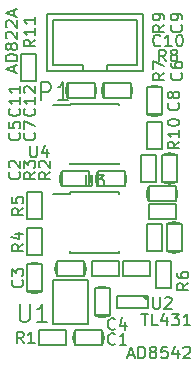
<source format=gbr>
G04 #@! TF.FileFunction,Legend,Top*
%FSLAX46Y46*%
G04 Gerber Fmt 4.6, Leading zero omitted, Abs format (unit mm)*
G04 Created by KiCad (PCBNEW (2014-12-30 BZR 5343)-product) date 2015年01月08日 星期四 21时34分46秒*
%MOMM*%
G01*
G04 APERTURE LIST*
%ADD10C,0.100000*%
%ADD11C,0.150000*%
G04 APERTURE END LIST*
D10*
D11*
X159002792Y-95379180D02*
G75*
G03X159004000Y-96647000I1144208J-632820D01*
G01*
X161291208Y-96644820D02*
G75*
G03X161290000Y-95377000I-1144208J632820D01*
G01*
X161290000Y-96647000D02*
X159004000Y-96647000D01*
X159004000Y-96647000D02*
X159004000Y-95377000D01*
X159004000Y-95377000D02*
X161290000Y-95377000D01*
X161290000Y-95377000D02*
X161290000Y-96647000D01*
X157478792Y-89537180D02*
G75*
G03X157480000Y-90805000I1144208J-632820D01*
G01*
X159767208Y-90802820D02*
G75*
G03X159766000Y-89535000I-1144208J632820D01*
G01*
X159766000Y-90805000D02*
X157480000Y-90805000D01*
X157480000Y-90805000D02*
X157480000Y-89535000D01*
X157480000Y-89535000D02*
X159766000Y-89535000D01*
X159766000Y-89535000D02*
X159766000Y-90805000D01*
X156207820Y-89787792D02*
G75*
G03X154940000Y-89789000I-632820J-1144208D01*
G01*
X154942180Y-92076208D02*
G75*
G03X156210000Y-92075000I632820J1144208D01*
G01*
X154940000Y-92075000D02*
X154940000Y-89789000D01*
X154940000Y-89789000D02*
X156210000Y-89789000D01*
X156210000Y-89789000D02*
X156210000Y-92075000D01*
X156210000Y-92075000D02*
X154940000Y-92075000D01*
X161922820Y-91819792D02*
G75*
G03X160655000Y-91821000I-632820J-1144208D01*
G01*
X160657180Y-94108208D02*
G75*
G03X161925000Y-94107000I632820J1144208D01*
G01*
X160655000Y-94107000D02*
X160655000Y-91821000D01*
X160655000Y-91821000D02*
X161925000Y-91821000D01*
X161925000Y-91821000D02*
X161925000Y-94107000D01*
X161925000Y-94107000D02*
X160655000Y-94107000D01*
X157859792Y-81917180D02*
G75*
G03X157861000Y-83185000I1144208J-632820D01*
G01*
X160148208Y-83182820D02*
G75*
G03X160147000Y-81915000I-1144208J632820D01*
G01*
X160147000Y-83185000D02*
X157861000Y-83185000D01*
X157861000Y-83185000D02*
X157861000Y-81915000D01*
X157861000Y-81915000D02*
X160147000Y-81915000D01*
X160147000Y-81915000D02*
X160147000Y-83185000D01*
X166753180Y-88647208D02*
G75*
G03X168021000Y-88646000I632820J1144208D01*
G01*
X168018820Y-86358792D02*
G75*
G03X166751000Y-86360000I-632820J-1144208D01*
G01*
X168021000Y-86360000D02*
X168021000Y-88646000D01*
X168021000Y-88646000D02*
X166751000Y-88646000D01*
X166751000Y-88646000D02*
X166751000Y-86360000D01*
X166751000Y-86360000D02*
X168021000Y-86360000D01*
X160907792Y-81917180D02*
G75*
G03X160909000Y-83185000I1144208J-632820D01*
G01*
X163196208Y-83182820D02*
G75*
G03X163195000Y-81915000I-1144208J632820D01*
G01*
X163195000Y-83185000D02*
X160909000Y-83185000D01*
X160909000Y-83185000D02*
X160909000Y-81915000D01*
X160909000Y-81915000D02*
X163195000Y-81915000D01*
X163195000Y-81915000D02*
X163195000Y-83185000D01*
X165102180Y-77090208D02*
G75*
G03X166370000Y-77089000I632820J1144208D01*
G01*
X166367820Y-74801792D02*
G75*
G03X165100000Y-74803000I-632820J-1144208D01*
G01*
X166370000Y-74803000D02*
X166370000Y-77089000D01*
X166370000Y-77089000D02*
X165100000Y-77089000D01*
X165100000Y-77089000D02*
X165100000Y-74803000D01*
X165100000Y-74803000D02*
X166370000Y-74803000D01*
X164211000Y-72898000D02*
X164211000Y-69215000D01*
X164211000Y-69215000D02*
X164211000Y-69088000D01*
X164211000Y-69088000D02*
X157099000Y-69088000D01*
X157099000Y-69088000D02*
X157099000Y-72898000D01*
X157099000Y-72898000D02*
X159639000Y-72898000D01*
X159639000Y-72898000D02*
X159639000Y-73406000D01*
X159639000Y-73406000D02*
X161671000Y-73406000D01*
X161671000Y-73406000D02*
X161671000Y-72898000D01*
X161671000Y-72898000D02*
X164211000Y-72898000D01*
X164719000Y-73406000D02*
X164719000Y-68580000D01*
X164719000Y-68580000D02*
X156591000Y-68580000D01*
X156591000Y-68580000D02*
X156591000Y-73406000D01*
X156591000Y-73406000D02*
X164719000Y-73406000D01*
X158242000Y-96647000D02*
X155956000Y-96647000D01*
X155956000Y-96647000D02*
X155956000Y-95377000D01*
X155956000Y-95377000D02*
X158242000Y-95377000D01*
X158242000Y-95377000D02*
X158242000Y-96647000D01*
X163068000Y-89535000D02*
X165354000Y-89535000D01*
X165354000Y-89535000D02*
X165354000Y-90805000D01*
X165354000Y-90805000D02*
X163068000Y-90805000D01*
X163068000Y-90805000D02*
X163068000Y-89535000D01*
X160401000Y-89535000D02*
X162687000Y-89535000D01*
X162687000Y-89535000D02*
X162687000Y-90805000D01*
X162687000Y-90805000D02*
X160401000Y-90805000D01*
X160401000Y-90805000D02*
X160401000Y-89535000D01*
X154940000Y-89027000D02*
X154940000Y-86741000D01*
X154940000Y-86741000D02*
X156210000Y-86741000D01*
X156210000Y-86741000D02*
X156210000Y-89027000D01*
X156210000Y-89027000D02*
X154940000Y-89027000D01*
X156210000Y-83693000D02*
X156210000Y-85979000D01*
X156210000Y-85979000D02*
X154940000Y-85979000D01*
X154940000Y-85979000D02*
X154940000Y-83693000D01*
X154940000Y-83693000D02*
X156210000Y-83693000D01*
X167132000Y-89535000D02*
X167132000Y-91821000D01*
X167132000Y-91821000D02*
X165862000Y-91821000D01*
X165862000Y-91821000D02*
X165862000Y-89535000D01*
X165862000Y-89535000D02*
X167132000Y-89535000D01*
X165100000Y-88646000D02*
X165100000Y-86360000D01*
X165100000Y-86360000D02*
X166370000Y-86360000D01*
X166370000Y-86360000D02*
X166370000Y-88646000D01*
X166370000Y-88646000D02*
X165100000Y-88646000D01*
X165227000Y-84709000D02*
X167513000Y-84709000D01*
X167513000Y-84709000D02*
X167513000Y-85979000D01*
X167513000Y-85979000D02*
X165227000Y-85979000D01*
X165227000Y-85979000D02*
X165227000Y-84709000D01*
X165862000Y-80518000D02*
X165862000Y-82804000D01*
X165862000Y-82804000D02*
X164592000Y-82804000D01*
X164592000Y-82804000D02*
X164592000Y-80518000D01*
X164592000Y-80518000D02*
X165862000Y-80518000D01*
X166370000Y-77724000D02*
X166370000Y-80010000D01*
X166370000Y-80010000D02*
X165100000Y-80010000D01*
X165100000Y-80010000D02*
X165100000Y-77724000D01*
X165100000Y-77724000D02*
X166370000Y-77724000D01*
X157123000Y-91064000D02*
X157123000Y-94864000D01*
X157123000Y-94864000D02*
X160123000Y-94864000D01*
X160123000Y-94864000D02*
X160123000Y-91064000D01*
X160123000Y-91064000D02*
X157123000Y-91064000D01*
X165165090Y-92613480D02*
G75*
G03X165165090Y-92613480I-159070J0D01*
G01*
X162560000Y-93472000D02*
X162560000Y-92456000D01*
X165163500Y-93472000D02*
X165163500Y-92456000D01*
X162560000Y-92456000D02*
X165163500Y-92456000D01*
X165163500Y-93472000D02*
X162560000Y-93472000D01*
X158580000Y-83658000D02*
X158580000Y-83803000D01*
X162730000Y-83658000D02*
X162730000Y-83803000D01*
X162730000Y-88808000D02*
X162730000Y-88663000D01*
X158580000Y-88808000D02*
X158580000Y-88663000D01*
X158580000Y-83658000D02*
X162730000Y-83658000D01*
X158580000Y-88808000D02*
X162730000Y-88808000D01*
X158580000Y-83803000D02*
X157180000Y-83803000D01*
X158580000Y-76165000D02*
X158580000Y-76310000D01*
X162730000Y-76165000D02*
X162730000Y-76310000D01*
X162730000Y-81315000D02*
X162730000Y-81170000D01*
X158580000Y-81315000D02*
X158580000Y-81170000D01*
X158580000Y-76165000D02*
X162730000Y-76165000D01*
X158580000Y-81315000D02*
X162730000Y-81315000D01*
X158580000Y-76310000D02*
X157180000Y-76310000D01*
X166372180Y-82805208D02*
G75*
G03X167640000Y-82804000I632820J1144208D01*
G01*
X167637820Y-80516792D02*
G75*
G03X166370000Y-80518000I-632820J-1144208D01*
G01*
X167640000Y-80518000D02*
X167640000Y-82804000D01*
X167640000Y-82804000D02*
X166370000Y-82804000D01*
X166370000Y-82804000D02*
X166370000Y-80518000D01*
X166370000Y-80518000D02*
X167640000Y-80518000D01*
X165225792Y-83187180D02*
G75*
G03X165227000Y-84455000I1144208J-632820D01*
G01*
X167514208Y-84452820D02*
G75*
G03X167513000Y-83185000I-1144208J632820D01*
G01*
X167513000Y-84455000D02*
X165227000Y-84455000D01*
X165227000Y-84455000D02*
X165227000Y-83185000D01*
X165227000Y-83185000D02*
X167513000Y-83185000D01*
X167513000Y-83185000D02*
X167513000Y-84455000D01*
X160656208Y-75689820D02*
G75*
G03X160655000Y-74422000I-1144208J632820D01*
G01*
X158367792Y-74424180D02*
G75*
G03X158369000Y-75692000I1144208J-632820D01*
G01*
X158369000Y-74422000D02*
X160655000Y-74422000D01*
X160655000Y-74422000D02*
X160655000Y-75692000D01*
X160655000Y-75692000D02*
X158369000Y-75692000D01*
X158369000Y-75692000D02*
X158369000Y-74422000D01*
X163704208Y-75689820D02*
G75*
G03X163703000Y-74422000I-1144208J632820D01*
G01*
X161415792Y-74424180D02*
G75*
G03X161417000Y-75692000I1144208J-632820D01*
G01*
X161417000Y-74422000D02*
X163703000Y-74422000D01*
X163703000Y-74422000D02*
X163703000Y-75692000D01*
X163703000Y-75692000D02*
X161417000Y-75692000D01*
X161417000Y-75692000D02*
X161417000Y-74422000D01*
X155702000Y-72009000D02*
X155702000Y-74295000D01*
X155702000Y-74295000D02*
X154432000Y-74295000D01*
X154432000Y-74295000D02*
X154432000Y-72009000D01*
X154432000Y-72009000D02*
X155702000Y-72009000D01*
X162393334Y-96496143D02*
X162345715Y-96543762D01*
X162202858Y-96591381D01*
X162107620Y-96591381D01*
X161964762Y-96543762D01*
X161869524Y-96448524D01*
X161821905Y-96353286D01*
X161774286Y-96162810D01*
X161774286Y-96019952D01*
X161821905Y-95829476D01*
X161869524Y-95734238D01*
X161964762Y-95639000D01*
X162107620Y-95591381D01*
X162202858Y-95591381D01*
X162345715Y-95639000D01*
X162393334Y-95686619D01*
X163345715Y-96591381D02*
X162774286Y-96591381D01*
X163060000Y-96591381D02*
X163060000Y-95591381D01*
X162964762Y-95734238D01*
X162869524Y-95829476D01*
X162774286Y-95877095D01*
X154281143Y-81954666D02*
X154328762Y-82002285D01*
X154376381Y-82145142D01*
X154376381Y-82240380D01*
X154328762Y-82383238D01*
X154233524Y-82478476D01*
X154138286Y-82526095D01*
X153947810Y-82573714D01*
X153804952Y-82573714D01*
X153614476Y-82526095D01*
X153519238Y-82478476D01*
X153424000Y-82383238D01*
X153376381Y-82240380D01*
X153376381Y-82145142D01*
X153424000Y-82002285D01*
X153471619Y-81954666D01*
X153471619Y-81573714D02*
X153424000Y-81526095D01*
X153376381Y-81430857D01*
X153376381Y-81192761D01*
X153424000Y-81097523D01*
X153471619Y-81049904D01*
X153566857Y-81002285D01*
X153662095Y-81002285D01*
X153804952Y-81049904D01*
X154376381Y-81621333D01*
X154376381Y-81002285D01*
X154535143Y-91098666D02*
X154582762Y-91146285D01*
X154630381Y-91289142D01*
X154630381Y-91384380D01*
X154582762Y-91527238D01*
X154487524Y-91622476D01*
X154392286Y-91670095D01*
X154201810Y-91717714D01*
X154058952Y-91717714D01*
X153868476Y-91670095D01*
X153773238Y-91622476D01*
X153678000Y-91527238D01*
X153630381Y-91384380D01*
X153630381Y-91289142D01*
X153678000Y-91146285D01*
X153725619Y-91098666D01*
X153630381Y-90765333D02*
X153630381Y-90146285D01*
X154011333Y-90479619D01*
X154011333Y-90336761D01*
X154058952Y-90241523D01*
X154106571Y-90193904D01*
X154201810Y-90146285D01*
X154439905Y-90146285D01*
X154535143Y-90193904D01*
X154582762Y-90241523D01*
X154630381Y-90336761D01*
X154630381Y-90622476D01*
X154582762Y-90717714D01*
X154535143Y-90765333D01*
X162393334Y-95226143D02*
X162345715Y-95273762D01*
X162202858Y-95321381D01*
X162107620Y-95321381D01*
X161964762Y-95273762D01*
X161869524Y-95178524D01*
X161821905Y-95083286D01*
X161774286Y-94892810D01*
X161774286Y-94749952D01*
X161821905Y-94559476D01*
X161869524Y-94464238D01*
X161964762Y-94369000D01*
X162107620Y-94321381D01*
X162202858Y-94321381D01*
X162345715Y-94369000D01*
X162393334Y-94416619D01*
X163250477Y-94654714D02*
X163250477Y-95321381D01*
X163012381Y-94273762D02*
X162774286Y-94988048D01*
X163393334Y-94988048D01*
X154281143Y-78652666D02*
X154328762Y-78700285D01*
X154376381Y-78843142D01*
X154376381Y-78938380D01*
X154328762Y-79081238D01*
X154233524Y-79176476D01*
X154138286Y-79224095D01*
X153947810Y-79271714D01*
X153804952Y-79271714D01*
X153614476Y-79224095D01*
X153519238Y-79176476D01*
X153424000Y-79081238D01*
X153376381Y-78938380D01*
X153376381Y-78843142D01*
X153424000Y-78700285D01*
X153471619Y-78652666D01*
X153376381Y-77747904D02*
X153376381Y-78224095D01*
X153852571Y-78271714D01*
X153804952Y-78224095D01*
X153757333Y-78128857D01*
X153757333Y-77890761D01*
X153804952Y-77795523D01*
X153852571Y-77747904D01*
X153947810Y-77700285D01*
X154185905Y-77700285D01*
X154281143Y-77747904D01*
X154328762Y-77795523D01*
X154376381Y-77890761D01*
X154376381Y-78128857D01*
X154328762Y-78224095D01*
X154281143Y-78271714D01*
X167997143Y-73572666D02*
X168044762Y-73620285D01*
X168092381Y-73763142D01*
X168092381Y-73858380D01*
X168044762Y-74001238D01*
X167949524Y-74096476D01*
X167854286Y-74144095D01*
X167663810Y-74191714D01*
X167520952Y-74191714D01*
X167330476Y-74144095D01*
X167235238Y-74096476D01*
X167140000Y-74001238D01*
X167092381Y-73858380D01*
X167092381Y-73763142D01*
X167140000Y-73620285D01*
X167187619Y-73572666D01*
X167092381Y-72715523D02*
X167092381Y-72906000D01*
X167140000Y-73001238D01*
X167187619Y-73048857D01*
X167330476Y-73144095D01*
X167520952Y-73191714D01*
X167901905Y-73191714D01*
X167997143Y-73144095D01*
X168044762Y-73096476D01*
X168092381Y-73001238D01*
X168092381Y-72810761D01*
X168044762Y-72715523D01*
X167997143Y-72667904D01*
X167901905Y-72620285D01*
X167663810Y-72620285D01*
X167568571Y-72667904D01*
X167520952Y-72715523D01*
X167473333Y-72810761D01*
X167473333Y-73001238D01*
X167520952Y-73096476D01*
X167568571Y-73144095D01*
X167663810Y-73191714D01*
X155551143Y-78652666D02*
X155598762Y-78700285D01*
X155646381Y-78843142D01*
X155646381Y-78938380D01*
X155598762Y-79081238D01*
X155503524Y-79176476D01*
X155408286Y-79224095D01*
X155217810Y-79271714D01*
X155074952Y-79271714D01*
X154884476Y-79224095D01*
X154789238Y-79176476D01*
X154694000Y-79081238D01*
X154646381Y-78938380D01*
X154646381Y-78843142D01*
X154694000Y-78700285D01*
X154741619Y-78652666D01*
X154646381Y-78319333D02*
X154646381Y-77652666D01*
X155646381Y-78081238D01*
X167743143Y-76112666D02*
X167790762Y-76160285D01*
X167838381Y-76303142D01*
X167838381Y-76398380D01*
X167790762Y-76541238D01*
X167695524Y-76636476D01*
X167600286Y-76684095D01*
X167409810Y-76731714D01*
X167266952Y-76731714D01*
X167076476Y-76684095D01*
X166981238Y-76636476D01*
X166886000Y-76541238D01*
X166838381Y-76398380D01*
X166838381Y-76303142D01*
X166886000Y-76160285D01*
X166933619Y-76112666D01*
X167266952Y-75541238D02*
X167219333Y-75636476D01*
X167171714Y-75684095D01*
X167076476Y-75731714D01*
X167028857Y-75731714D01*
X166933619Y-75684095D01*
X166886000Y-75636476D01*
X166838381Y-75541238D01*
X166838381Y-75350761D01*
X166886000Y-75255523D01*
X166933619Y-75207904D01*
X167028857Y-75160285D01*
X167076476Y-75160285D01*
X167171714Y-75207904D01*
X167219333Y-75255523D01*
X167266952Y-75350761D01*
X167266952Y-75541238D01*
X167314571Y-75636476D01*
X167362190Y-75684095D01*
X167457429Y-75731714D01*
X167647905Y-75731714D01*
X167743143Y-75684095D01*
X167790762Y-75636476D01*
X167838381Y-75541238D01*
X167838381Y-75350761D01*
X167790762Y-75255523D01*
X167743143Y-75207904D01*
X167647905Y-75160285D01*
X167457429Y-75160285D01*
X167362190Y-75207904D01*
X167314571Y-75255523D01*
X167266952Y-75350761D01*
X156118858Y-75862571D02*
X156118858Y-74362571D01*
X156690286Y-74362571D01*
X156833144Y-74434000D01*
X156904572Y-74505429D01*
X156976001Y-74648286D01*
X156976001Y-74862571D01*
X156904572Y-75005429D01*
X156833144Y-75076857D01*
X156690286Y-75148286D01*
X156118858Y-75148286D01*
X158404572Y-75862571D02*
X157547429Y-75862571D01*
X157976001Y-75862571D02*
X157976001Y-74362571D01*
X157833144Y-74576857D01*
X157690286Y-74719714D01*
X157547429Y-74791143D01*
X154646334Y-96464381D02*
X154313000Y-95988190D01*
X154074905Y-96464381D02*
X154074905Y-95464381D01*
X154455858Y-95464381D01*
X154551096Y-95512000D01*
X154598715Y-95559619D01*
X154646334Y-95654857D01*
X154646334Y-95797714D01*
X154598715Y-95892952D01*
X154551096Y-95940571D01*
X154455858Y-95988190D01*
X154074905Y-95988190D01*
X155598715Y-96464381D02*
X155027286Y-96464381D01*
X155313000Y-96464381D02*
X155313000Y-95464381D01*
X155217762Y-95607238D01*
X155122524Y-95702476D01*
X155027286Y-95750095D01*
X156916381Y-81954666D02*
X156440190Y-82288000D01*
X156916381Y-82526095D02*
X155916381Y-82526095D01*
X155916381Y-82145142D01*
X155964000Y-82049904D01*
X156011619Y-82002285D01*
X156106857Y-81954666D01*
X156249714Y-81954666D01*
X156344952Y-82002285D01*
X156392571Y-82049904D01*
X156440190Y-82145142D01*
X156440190Y-82526095D01*
X156011619Y-81573714D02*
X155964000Y-81526095D01*
X155916381Y-81430857D01*
X155916381Y-81192761D01*
X155964000Y-81097523D01*
X156011619Y-81049904D01*
X156106857Y-81002285D01*
X156202095Y-81002285D01*
X156344952Y-81049904D01*
X156916381Y-81621333D01*
X156916381Y-81002285D01*
X155646381Y-81954666D02*
X155170190Y-82288000D01*
X155646381Y-82526095D02*
X154646381Y-82526095D01*
X154646381Y-82145142D01*
X154694000Y-82049904D01*
X154741619Y-82002285D01*
X154836857Y-81954666D01*
X154979714Y-81954666D01*
X155074952Y-82002285D01*
X155122571Y-82049904D01*
X155170190Y-82145142D01*
X155170190Y-82526095D01*
X154646381Y-81621333D02*
X154646381Y-81002285D01*
X155027333Y-81335619D01*
X155027333Y-81192761D01*
X155074952Y-81097523D01*
X155122571Y-81049904D01*
X155217810Y-81002285D01*
X155455905Y-81002285D01*
X155551143Y-81049904D01*
X155598762Y-81097523D01*
X155646381Y-81192761D01*
X155646381Y-81478476D01*
X155598762Y-81573714D01*
X155551143Y-81621333D01*
X154630381Y-88050666D02*
X154154190Y-88384000D01*
X154630381Y-88622095D02*
X153630381Y-88622095D01*
X153630381Y-88241142D01*
X153678000Y-88145904D01*
X153725619Y-88098285D01*
X153820857Y-88050666D01*
X153963714Y-88050666D01*
X154058952Y-88098285D01*
X154106571Y-88145904D01*
X154154190Y-88241142D01*
X154154190Y-88622095D01*
X153963714Y-87193523D02*
X154630381Y-87193523D01*
X153582762Y-87431619D02*
X154297048Y-87669714D01*
X154297048Y-87050666D01*
X154630381Y-85002666D02*
X154154190Y-85336000D01*
X154630381Y-85574095D02*
X153630381Y-85574095D01*
X153630381Y-85193142D01*
X153678000Y-85097904D01*
X153725619Y-85050285D01*
X153820857Y-85002666D01*
X153963714Y-85002666D01*
X154058952Y-85050285D01*
X154106571Y-85097904D01*
X154154190Y-85193142D01*
X154154190Y-85574095D01*
X153630381Y-84097904D02*
X153630381Y-84574095D01*
X154106571Y-84621714D01*
X154058952Y-84574095D01*
X154011333Y-84478857D01*
X154011333Y-84240761D01*
X154058952Y-84145523D01*
X154106571Y-84097904D01*
X154201810Y-84050285D01*
X154439905Y-84050285D01*
X154535143Y-84097904D01*
X154582762Y-84145523D01*
X154630381Y-84240761D01*
X154630381Y-84478857D01*
X154582762Y-84574095D01*
X154535143Y-84621714D01*
X168600381Y-91352666D02*
X168124190Y-91686000D01*
X168600381Y-91924095D02*
X167600381Y-91924095D01*
X167600381Y-91543142D01*
X167648000Y-91447904D01*
X167695619Y-91400285D01*
X167790857Y-91352666D01*
X167933714Y-91352666D01*
X168028952Y-91400285D01*
X168076571Y-91447904D01*
X168124190Y-91543142D01*
X168124190Y-91924095D01*
X167600381Y-90495523D02*
X167600381Y-90686000D01*
X167648000Y-90781238D01*
X167695619Y-90828857D01*
X167838476Y-90924095D01*
X168028952Y-90971714D01*
X168409905Y-90971714D01*
X168505143Y-90924095D01*
X168552762Y-90876476D01*
X168600381Y-90781238D01*
X168600381Y-90590761D01*
X168552762Y-90495523D01*
X168505143Y-90447904D01*
X168409905Y-90400285D01*
X168171810Y-90400285D01*
X168076571Y-90447904D01*
X168028952Y-90495523D01*
X167981333Y-90590761D01*
X167981333Y-90781238D01*
X168028952Y-90876476D01*
X168076571Y-90924095D01*
X168171810Y-90971714D01*
X166568381Y-73572666D02*
X166092190Y-73906000D01*
X166568381Y-74144095D02*
X165568381Y-74144095D01*
X165568381Y-73763142D01*
X165616000Y-73667904D01*
X165663619Y-73620285D01*
X165758857Y-73572666D01*
X165901714Y-73572666D01*
X165996952Y-73620285D01*
X166044571Y-73667904D01*
X166092190Y-73763142D01*
X166092190Y-74144095D01*
X165568381Y-73239333D02*
X165568381Y-72572666D01*
X166568381Y-73001238D01*
X166711334Y-72588381D02*
X166378000Y-72112190D01*
X166139905Y-72588381D02*
X166139905Y-71588381D01*
X166520858Y-71588381D01*
X166616096Y-71636000D01*
X166663715Y-71683619D01*
X166711334Y-71778857D01*
X166711334Y-71921714D01*
X166663715Y-72016952D01*
X166616096Y-72064571D01*
X166520858Y-72112190D01*
X166139905Y-72112190D01*
X167282762Y-72016952D02*
X167187524Y-71969333D01*
X167139905Y-71921714D01*
X167092286Y-71826476D01*
X167092286Y-71778857D01*
X167139905Y-71683619D01*
X167187524Y-71636000D01*
X167282762Y-71588381D01*
X167473239Y-71588381D01*
X167568477Y-71636000D01*
X167616096Y-71683619D01*
X167663715Y-71778857D01*
X167663715Y-71826476D01*
X167616096Y-71921714D01*
X167568477Y-71969333D01*
X167473239Y-72016952D01*
X167282762Y-72016952D01*
X167187524Y-72064571D01*
X167139905Y-72112190D01*
X167092286Y-72207429D01*
X167092286Y-72397905D01*
X167139905Y-72493143D01*
X167187524Y-72540762D01*
X167282762Y-72588381D01*
X167473239Y-72588381D01*
X167568477Y-72540762D01*
X167616096Y-72493143D01*
X167663715Y-72397905D01*
X167663715Y-72207429D01*
X167616096Y-72112190D01*
X167568477Y-72064571D01*
X167473239Y-72016952D01*
X166568381Y-69508666D02*
X166092190Y-69842000D01*
X166568381Y-70080095D02*
X165568381Y-70080095D01*
X165568381Y-69699142D01*
X165616000Y-69603904D01*
X165663619Y-69556285D01*
X165758857Y-69508666D01*
X165901714Y-69508666D01*
X165996952Y-69556285D01*
X166044571Y-69603904D01*
X166092190Y-69699142D01*
X166092190Y-70080095D01*
X166568381Y-69032476D02*
X166568381Y-68842000D01*
X166520762Y-68746761D01*
X166473143Y-68699142D01*
X166330286Y-68603904D01*
X166139810Y-68556285D01*
X165758857Y-68556285D01*
X165663619Y-68603904D01*
X165616000Y-68651523D01*
X165568381Y-68746761D01*
X165568381Y-68937238D01*
X165616000Y-69032476D01*
X165663619Y-69080095D01*
X165758857Y-69127714D01*
X165996952Y-69127714D01*
X166092190Y-69080095D01*
X166139810Y-69032476D01*
X166187429Y-68937238D01*
X166187429Y-68746761D01*
X166139810Y-68651523D01*
X166092190Y-68603904D01*
X165996952Y-68556285D01*
X167838381Y-79382857D02*
X167362190Y-79716191D01*
X167838381Y-79954286D02*
X166838381Y-79954286D01*
X166838381Y-79573333D01*
X166886000Y-79478095D01*
X166933619Y-79430476D01*
X167028857Y-79382857D01*
X167171714Y-79382857D01*
X167266952Y-79430476D01*
X167314571Y-79478095D01*
X167362190Y-79573333D01*
X167362190Y-79954286D01*
X167838381Y-78430476D02*
X167838381Y-79001905D01*
X167838381Y-78716191D02*
X166838381Y-78716191D01*
X166981238Y-78811429D01*
X167076476Y-78906667D01*
X167124095Y-79001905D01*
X166838381Y-77811429D02*
X166838381Y-77716190D01*
X166886000Y-77620952D01*
X166933619Y-77573333D01*
X167028857Y-77525714D01*
X167219333Y-77478095D01*
X167457429Y-77478095D01*
X167647905Y-77525714D01*
X167743143Y-77573333D01*
X167790762Y-77620952D01*
X167838381Y-77716190D01*
X167838381Y-77811429D01*
X167790762Y-77906667D01*
X167743143Y-77954286D01*
X167647905Y-78001905D01*
X167457429Y-78049524D01*
X167219333Y-78049524D01*
X167028857Y-78001905D01*
X166933619Y-77954286D01*
X166886000Y-77906667D01*
X166838381Y-77811429D01*
X154305143Y-93158571D02*
X154305143Y-94372857D01*
X154376571Y-94515714D01*
X154448000Y-94587143D01*
X154590857Y-94658571D01*
X154876571Y-94658571D01*
X155019429Y-94587143D01*
X155090857Y-94515714D01*
X155162286Y-94372857D01*
X155162286Y-93158571D01*
X156662286Y-94658571D02*
X155805143Y-94658571D01*
X156233715Y-94658571D02*
X156233715Y-93158571D01*
X156090858Y-93372857D01*
X155948000Y-93515714D01*
X155805143Y-93587143D01*
X165608095Y-92543381D02*
X165608095Y-93352905D01*
X165655714Y-93448143D01*
X165703333Y-93495762D01*
X165798571Y-93543381D01*
X165989048Y-93543381D01*
X166084286Y-93495762D01*
X166131905Y-93448143D01*
X166179524Y-93352905D01*
X166179524Y-92543381D01*
X166608095Y-92638619D02*
X166655714Y-92591000D01*
X166750952Y-92543381D01*
X166989048Y-92543381D01*
X167084286Y-92591000D01*
X167131905Y-92638619D01*
X167179524Y-92733857D01*
X167179524Y-92829095D01*
X167131905Y-92971952D01*
X166560476Y-93543381D01*
X167179524Y-93543381D01*
X164631952Y-93940381D02*
X165203381Y-93940381D01*
X164917666Y-94940381D02*
X164917666Y-93940381D01*
X166012905Y-94940381D02*
X165536714Y-94940381D01*
X165536714Y-93940381D01*
X166774810Y-94273714D02*
X166774810Y-94940381D01*
X166536714Y-93892762D02*
X166298619Y-94607048D01*
X166917667Y-94607048D01*
X167203381Y-93940381D02*
X167822429Y-93940381D01*
X167489095Y-94321333D01*
X167631953Y-94321333D01*
X167727191Y-94368952D01*
X167774810Y-94416571D01*
X167822429Y-94511810D01*
X167822429Y-94749905D01*
X167774810Y-94845143D01*
X167727191Y-94892762D01*
X167631953Y-94940381D01*
X167346238Y-94940381D01*
X167251000Y-94892762D01*
X167203381Y-94845143D01*
X168774810Y-94940381D02*
X168203381Y-94940381D01*
X168489095Y-94940381D02*
X168489095Y-93940381D01*
X168393857Y-94083238D01*
X168298619Y-94178476D01*
X168203381Y-94226095D01*
X159893095Y-82185381D02*
X159893095Y-82994905D01*
X159940714Y-83090143D01*
X159988333Y-83137762D01*
X160083571Y-83185381D01*
X160274048Y-83185381D01*
X160369286Y-83137762D01*
X160416905Y-83090143D01*
X160464524Y-82994905D01*
X160464524Y-82185381D01*
X160845476Y-82185381D02*
X161464524Y-82185381D01*
X161131190Y-82566333D01*
X161274048Y-82566333D01*
X161369286Y-82613952D01*
X161416905Y-82661571D01*
X161464524Y-82756810D01*
X161464524Y-82994905D01*
X161416905Y-83090143D01*
X161369286Y-83137762D01*
X161274048Y-83185381D01*
X160988333Y-83185381D01*
X160893095Y-83137762D01*
X160845476Y-83090143D01*
X163473143Y-97448667D02*
X163949334Y-97448667D01*
X163377905Y-97734381D02*
X163711238Y-96734381D01*
X164044572Y-97734381D01*
X164377905Y-97734381D02*
X164377905Y-96734381D01*
X164616000Y-96734381D01*
X164758858Y-96782000D01*
X164854096Y-96877238D01*
X164901715Y-96972476D01*
X164949334Y-97162952D01*
X164949334Y-97305810D01*
X164901715Y-97496286D01*
X164854096Y-97591524D01*
X164758858Y-97686762D01*
X164616000Y-97734381D01*
X164377905Y-97734381D01*
X165520762Y-97162952D02*
X165425524Y-97115333D01*
X165377905Y-97067714D01*
X165330286Y-96972476D01*
X165330286Y-96924857D01*
X165377905Y-96829619D01*
X165425524Y-96782000D01*
X165520762Y-96734381D01*
X165711239Y-96734381D01*
X165806477Y-96782000D01*
X165854096Y-96829619D01*
X165901715Y-96924857D01*
X165901715Y-96972476D01*
X165854096Y-97067714D01*
X165806477Y-97115333D01*
X165711239Y-97162952D01*
X165520762Y-97162952D01*
X165425524Y-97210571D01*
X165377905Y-97258190D01*
X165330286Y-97353429D01*
X165330286Y-97543905D01*
X165377905Y-97639143D01*
X165425524Y-97686762D01*
X165520762Y-97734381D01*
X165711239Y-97734381D01*
X165806477Y-97686762D01*
X165854096Y-97639143D01*
X165901715Y-97543905D01*
X165901715Y-97353429D01*
X165854096Y-97258190D01*
X165806477Y-97210571D01*
X165711239Y-97162952D01*
X166806477Y-96734381D02*
X166330286Y-96734381D01*
X166282667Y-97210571D01*
X166330286Y-97162952D01*
X166425524Y-97115333D01*
X166663620Y-97115333D01*
X166758858Y-97162952D01*
X166806477Y-97210571D01*
X166854096Y-97305810D01*
X166854096Y-97543905D01*
X166806477Y-97639143D01*
X166758858Y-97686762D01*
X166663620Y-97734381D01*
X166425524Y-97734381D01*
X166330286Y-97686762D01*
X166282667Y-97639143D01*
X167711239Y-97067714D02*
X167711239Y-97734381D01*
X167473143Y-96686762D02*
X167235048Y-97401048D01*
X167854096Y-97401048D01*
X168187429Y-96829619D02*
X168235048Y-96782000D01*
X168330286Y-96734381D01*
X168568382Y-96734381D01*
X168663620Y-96782000D01*
X168711239Y-96829619D01*
X168758858Y-96924857D01*
X168758858Y-97020095D01*
X168711239Y-97162952D01*
X168139810Y-97734381D01*
X168758858Y-97734381D01*
X155194095Y-79716381D02*
X155194095Y-80525905D01*
X155241714Y-80621143D01*
X155289333Y-80668762D01*
X155384571Y-80716381D01*
X155575048Y-80716381D01*
X155670286Y-80668762D01*
X155717905Y-80621143D01*
X155765524Y-80525905D01*
X155765524Y-79716381D01*
X156670286Y-80049714D02*
X156670286Y-80716381D01*
X156432190Y-79668762D02*
X156194095Y-80383048D01*
X156813143Y-80383048D01*
X153836667Y-73461238D02*
X153836667Y-72985047D01*
X154122381Y-73556476D02*
X153122381Y-73223143D01*
X154122381Y-72889809D01*
X154122381Y-72556476D02*
X153122381Y-72556476D01*
X153122381Y-72318381D01*
X153170000Y-72175523D01*
X153265238Y-72080285D01*
X153360476Y-72032666D01*
X153550952Y-71985047D01*
X153693810Y-71985047D01*
X153884286Y-72032666D01*
X153979524Y-72080285D01*
X154074762Y-72175523D01*
X154122381Y-72318381D01*
X154122381Y-72556476D01*
X153550952Y-71413619D02*
X153503333Y-71508857D01*
X153455714Y-71556476D01*
X153360476Y-71604095D01*
X153312857Y-71604095D01*
X153217619Y-71556476D01*
X153170000Y-71508857D01*
X153122381Y-71413619D01*
X153122381Y-71223142D01*
X153170000Y-71127904D01*
X153217619Y-71080285D01*
X153312857Y-71032666D01*
X153360476Y-71032666D01*
X153455714Y-71080285D01*
X153503333Y-71127904D01*
X153550952Y-71223142D01*
X153550952Y-71413619D01*
X153598571Y-71508857D01*
X153646190Y-71556476D01*
X153741429Y-71604095D01*
X153931905Y-71604095D01*
X154027143Y-71556476D01*
X154074762Y-71508857D01*
X154122381Y-71413619D01*
X154122381Y-71223142D01*
X154074762Y-71127904D01*
X154027143Y-71080285D01*
X153931905Y-71032666D01*
X153741429Y-71032666D01*
X153646190Y-71080285D01*
X153598571Y-71127904D01*
X153550952Y-71223142D01*
X153217619Y-70651714D02*
X153170000Y-70604095D01*
X153122381Y-70508857D01*
X153122381Y-70270761D01*
X153170000Y-70175523D01*
X153217619Y-70127904D01*
X153312857Y-70080285D01*
X153408095Y-70080285D01*
X153550952Y-70127904D01*
X154122381Y-70699333D01*
X154122381Y-70080285D01*
X153217619Y-69699333D02*
X153170000Y-69651714D01*
X153122381Y-69556476D01*
X153122381Y-69318380D01*
X153170000Y-69223142D01*
X153217619Y-69175523D01*
X153312857Y-69127904D01*
X153408095Y-69127904D01*
X153550952Y-69175523D01*
X154122381Y-69746952D01*
X154122381Y-69127904D01*
X153836667Y-68746952D02*
X153836667Y-68270761D01*
X154122381Y-68842190D02*
X153122381Y-68508857D01*
X154122381Y-68175523D01*
X167997143Y-69508666D02*
X168044762Y-69556285D01*
X168092381Y-69699142D01*
X168092381Y-69794380D01*
X168044762Y-69937238D01*
X167949524Y-70032476D01*
X167854286Y-70080095D01*
X167663810Y-70127714D01*
X167520952Y-70127714D01*
X167330476Y-70080095D01*
X167235238Y-70032476D01*
X167140000Y-69937238D01*
X167092381Y-69794380D01*
X167092381Y-69699142D01*
X167140000Y-69556285D01*
X167187619Y-69508666D01*
X168092381Y-69032476D02*
X168092381Y-68842000D01*
X168044762Y-68746761D01*
X167997143Y-68699142D01*
X167854286Y-68603904D01*
X167663810Y-68556285D01*
X167282857Y-68556285D01*
X167187619Y-68603904D01*
X167140000Y-68651523D01*
X167092381Y-68746761D01*
X167092381Y-68937238D01*
X167140000Y-69032476D01*
X167187619Y-69080095D01*
X167282857Y-69127714D01*
X167520952Y-69127714D01*
X167616190Y-69080095D01*
X167663810Y-69032476D01*
X167711429Y-68937238D01*
X167711429Y-68746761D01*
X167663810Y-68651523D01*
X167616190Y-68603904D01*
X167520952Y-68556285D01*
X166235143Y-71223143D02*
X166187524Y-71270762D01*
X166044667Y-71318381D01*
X165949429Y-71318381D01*
X165806571Y-71270762D01*
X165711333Y-71175524D01*
X165663714Y-71080286D01*
X165616095Y-70889810D01*
X165616095Y-70746952D01*
X165663714Y-70556476D01*
X165711333Y-70461238D01*
X165806571Y-70366000D01*
X165949429Y-70318381D01*
X166044667Y-70318381D01*
X166187524Y-70366000D01*
X166235143Y-70413619D01*
X167187524Y-71318381D02*
X166616095Y-71318381D01*
X166901809Y-71318381D02*
X166901809Y-70318381D01*
X166806571Y-70461238D01*
X166711333Y-70556476D01*
X166616095Y-70604095D01*
X167806571Y-70318381D02*
X167901810Y-70318381D01*
X167997048Y-70366000D01*
X168044667Y-70413619D01*
X168092286Y-70508857D01*
X168139905Y-70699333D01*
X168139905Y-70937429D01*
X168092286Y-71127905D01*
X168044667Y-71223143D01*
X167997048Y-71270762D01*
X167901810Y-71318381D01*
X167806571Y-71318381D01*
X167711333Y-71270762D01*
X167663714Y-71223143D01*
X167616095Y-71127905D01*
X167568476Y-70937429D01*
X167568476Y-70699333D01*
X167616095Y-70508857D01*
X167663714Y-70413619D01*
X167711333Y-70366000D01*
X167806571Y-70318381D01*
X154281143Y-76588857D02*
X154328762Y-76636476D01*
X154376381Y-76779333D01*
X154376381Y-76874571D01*
X154328762Y-77017429D01*
X154233524Y-77112667D01*
X154138286Y-77160286D01*
X153947810Y-77207905D01*
X153804952Y-77207905D01*
X153614476Y-77160286D01*
X153519238Y-77112667D01*
X153424000Y-77017429D01*
X153376381Y-76874571D01*
X153376381Y-76779333D01*
X153424000Y-76636476D01*
X153471619Y-76588857D01*
X154376381Y-75636476D02*
X154376381Y-76207905D01*
X154376381Y-75922191D02*
X153376381Y-75922191D01*
X153519238Y-76017429D01*
X153614476Y-76112667D01*
X153662095Y-76207905D01*
X154376381Y-74684095D02*
X154376381Y-75255524D01*
X154376381Y-74969810D02*
X153376381Y-74969810D01*
X153519238Y-75065048D01*
X153614476Y-75160286D01*
X153662095Y-75255524D01*
X155551143Y-76588857D02*
X155598762Y-76636476D01*
X155646381Y-76779333D01*
X155646381Y-76874571D01*
X155598762Y-77017429D01*
X155503524Y-77112667D01*
X155408286Y-77160286D01*
X155217810Y-77207905D01*
X155074952Y-77207905D01*
X154884476Y-77160286D01*
X154789238Y-77112667D01*
X154694000Y-77017429D01*
X154646381Y-76874571D01*
X154646381Y-76779333D01*
X154694000Y-76636476D01*
X154741619Y-76588857D01*
X155646381Y-75636476D02*
X155646381Y-76207905D01*
X155646381Y-75922191D02*
X154646381Y-75922191D01*
X154789238Y-76017429D01*
X154884476Y-76112667D01*
X154932095Y-76207905D01*
X154741619Y-75255524D02*
X154694000Y-75207905D01*
X154646381Y-75112667D01*
X154646381Y-74874571D01*
X154694000Y-74779333D01*
X154741619Y-74731714D01*
X154836857Y-74684095D01*
X154932095Y-74684095D01*
X155074952Y-74731714D01*
X155646381Y-75303143D01*
X155646381Y-74684095D01*
X155646381Y-70746857D02*
X155170190Y-71080191D01*
X155646381Y-71318286D02*
X154646381Y-71318286D01*
X154646381Y-70937333D01*
X154694000Y-70842095D01*
X154741619Y-70794476D01*
X154836857Y-70746857D01*
X154979714Y-70746857D01*
X155074952Y-70794476D01*
X155122571Y-70842095D01*
X155170190Y-70937333D01*
X155170190Y-71318286D01*
X155646381Y-69794476D02*
X155646381Y-70365905D01*
X155646381Y-70080191D02*
X154646381Y-70080191D01*
X154789238Y-70175429D01*
X154884476Y-70270667D01*
X154932095Y-70365905D01*
X155646381Y-68842095D02*
X155646381Y-69413524D01*
X155646381Y-69127810D02*
X154646381Y-69127810D01*
X154789238Y-69223048D01*
X154884476Y-69318286D01*
X154932095Y-69413524D01*
M02*

</source>
